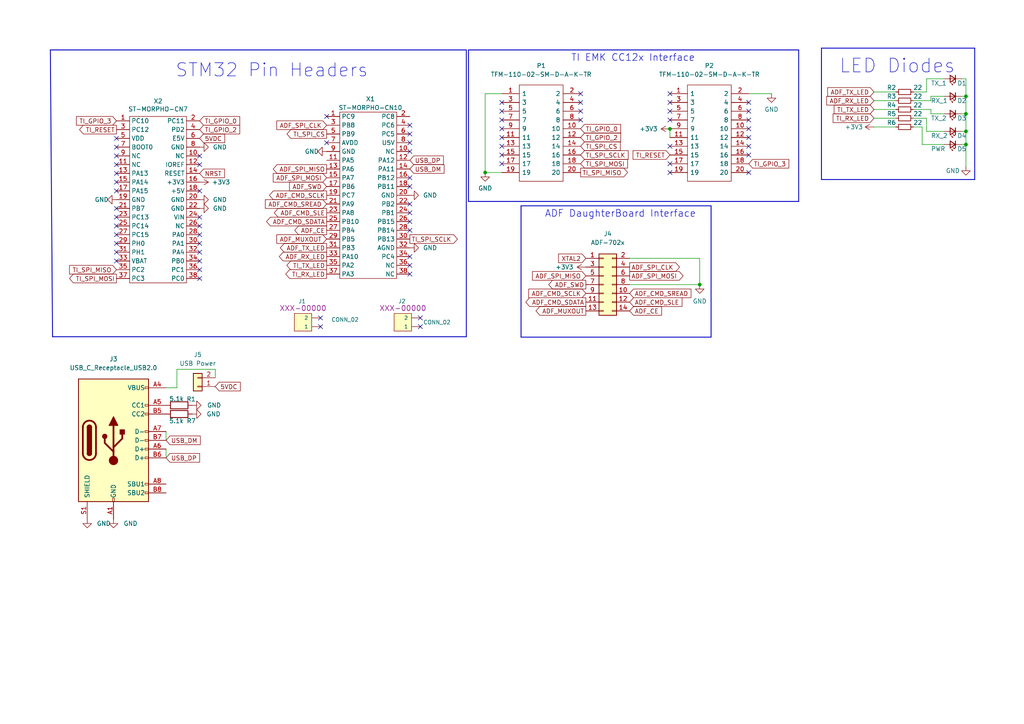
<source format=kicad_sch>
(kicad_sch (version 20211123) (generator eeschema)
  (paper "A4")
  (lib_symbols
    (symbol "CONNECTORS:ST-MORPHO-CN10"
      (property "Reference" "X4" (at 12.7 5.08 0))
      (property "Value" "ST-MORPHO-CN10" (at 12.7 2.54 0))
      (symbol "ST-MORPHO-CN10_0_1"
        (rectangle (start 3.81 1.27) (end 20.32 -46.99))
      )
      (symbol "ST-MORPHO-CN10_1_1"
        (pin unspecified line (at 0 0 0) (length 3.81) (name "PC9") (number "1"))
        (pin passive line (at 24.13 -10.16 180) (length 3.81) (name "NC") (number "10"))
        (pin passive line (at 0 -12.7 0) (length 3.81) (name "PA5") (number "11"))
        (pin passive line (at 24.13 -12.7 180) (length 3.81) (name "PA12") (number "12"))
        (pin passive line (at 0 -15.24 0) (length 3.81) (name "PA6") (number "13"))
        (pin passive line (at 24.13 -15.24 180) (length 3.81) (name "PA11") (number "14"))
        (pin passive line (at 0 -17.78 0) (length 3.81) (name "PA7") (number "15"))
        (pin passive line (at 24.13 -17.78 180) (length 3.81) (name "PB12") (number "16"))
        (pin unspecified line (at 0 -20.32 0) (length 3.81) (name "PB6") (number "17"))
        (pin unspecified line (at 24.13 -20.32 180) (length 3.81) (name "PB11") (number "18"))
        (pin unspecified line (at 0 -22.86 0) (length 3.81) (name "PC7") (number "19"))
        (pin unspecified line (at 24.13 0 180) (length 3.81) (name "PC8") (number "2"))
        (pin unspecified line (at 24.13 -22.86 180) (length 3.81) (name "GND") (number "20"))
        (pin unspecified line (at 0 -25.4 0) (length 3.81) (name "PA9") (number "21"))
        (pin unspecified line (at 24.13 -25.4 180) (length 3.81) (name "PB2") (number "22"))
        (pin unspecified line (at 0 -27.94 0) (length 3.81) (name "PA8") (number "23"))
        (pin unspecified line (at 24.13 -27.94 180) (length 3.81) (name "PB1") (number "24"))
        (pin passive line (at 0 -30.48 0) (length 3.81) (name "PB10") (number "25"))
        (pin passive line (at 24.13 -30.48 180) (length 3.81) (name "PB15") (number "26"))
        (pin passive line (at 0 -33.02 0) (length 3.81) (name "PB4") (number "27"))
        (pin passive line (at 24.13 -33.02 180) (length 3.81) (name "PB14") (number "28"))
        (pin passive line (at 0 -35.56 0) (length 3.81) (name "PB5") (number "29"))
        (pin unspecified line (at 0 -2.54 0) (length 3.81) (name "PB8") (number "3"))
        (pin passive line (at 24.13 -35.56 180) (length 3.81) (name "PB13") (number "30"))
        (pin passive line (at 0 -38.1 0) (length 3.81) (name "PB3") (number "31"))
        (pin passive line (at 24.13 -38.1 180) (length 3.81) (name "AGND") (number "32"))
        (pin passive line (at 0 -40.64 0) (length 3.81) (name "PA10") (number "33"))
        (pin passive line (at 24.13 -40.64 180) (length 3.81) (name "PC4") (number "34"))
        (pin passive line (at 0 -43.18 0) (length 3.81) (name "PA2") (number "35"))
        (pin passive line (at 24.13 -43.18 180) (length 3.81) (name "NC") (number "36"))
        (pin passive line (at 0 -45.72 0) (length 3.81) (name "PA3") (number "37"))
        (pin passive line (at 24.13 -45.72 180) (length 3.81) (name "NC") (number "38"))
        (pin unspecified line (at 24.13 -2.54 180) (length 3.81) (name "PC6") (number "4"))
        (pin unspecified line (at 0 -5.08 0) (length 3.81) (name "PB9") (number "5"))
        (pin unspecified line (at 24.13 -5.08 180) (length 3.81) (name "PC5") (number "6"))
        (pin unspecified line (at 0 -7.62 0) (length 3.81) (name "AVDD") (number "7"))
        (pin unspecified line (at 24.13 -7.62 180) (length 3.81) (name "U5V") (number "8"))
        (pin passive line (at 0 -10.16 0) (length 3.81) (name "GND") (number "9"))
      )
    )
    (symbol "CONNECTORS:ST-MORPHO-CN7"
      (property "Reference" "X3" (at 12.065 5.715 0))
      (property "Value" "ST-MORPHO-CN7" (at 12.065 3.4036 0))
      (symbol "ST-MORPHO-CN7_0_1"
        (rectangle (start 3.81 1.27) (end 20.32 -46.99))
      )
      (symbol "ST-MORPHO-CN7_1_1"
        (pin unspecified line (at 0 0 0) (length 3.81) (name "PC10") (number "1"))
        (pin passive line (at 24.13 -10.16 180) (length 3.81) (name "NC") (number "10"))
        (pin passive line (at 0 -12.7 0) (length 3.81) (name "NC") (number "11"))
        (pin passive line (at 24.13 -12.7 180) (length 3.81) (name "IOREF") (number "12"))
        (pin passive line (at 0 -15.24 0) (length 3.81) (name "PA13") (number "13"))
        (pin passive line (at 24.13 -15.24 180) (length 3.81) (name "RESET") (number "14"))
        (pin passive line (at 0 -17.78 0) (length 3.81) (name "PA14") (number "15"))
        (pin passive line (at 24.13 -17.78 180) (length 3.81) (name "+3V3") (number "16"))
        (pin unspecified line (at 0 -20.32 0) (length 3.81) (name "PA15") (number "17"))
        (pin unspecified line (at 24.13 -20.32 180) (length 3.81) (name "+5V") (number "18"))
        (pin unspecified line (at 0 -22.86 0) (length 3.81) (name "GND") (number "19"))
        (pin unspecified line (at 24.13 0 180) (length 3.81) (name "PC11") (number "2"))
        (pin unspecified line (at 24.13 -22.86 180) (length 3.81) (name "GND") (number "20"))
        (pin unspecified line (at 0 -25.4 0) (length 3.81) (name "PB7") (number "21"))
        (pin unspecified line (at 24.13 -25.4 180) (length 3.81) (name "GND") (number "22"))
        (pin unspecified line (at 0 -27.94 0) (length 3.81) (name "PC13") (number "23"))
        (pin unspecified line (at 24.13 -27.94 180) (length 3.81) (name "VIN") (number "24"))
        (pin passive line (at 0 -30.48 0) (length 3.81) (name "PC14") (number "25"))
        (pin passive line (at 24.13 -30.48 180) (length 3.81) (name "NC") (number "26"))
        (pin passive line (at 0 -33.02 0) (length 3.81) (name "PC15") (number "27"))
        (pin passive line (at 24.13 -33.02 180) (length 3.81) (name "PA0") (number "28"))
        (pin passive line (at 0 -35.56 0) (length 3.81) (name "PH0") (number "29"))
        (pin unspecified line (at 0 -2.54 0) (length 3.81) (name "PC12") (number "3"))
        (pin passive line (at 24.13 -35.56 180) (length 3.81) (name "PA1") (number "30"))
        (pin passive line (at 0 -38.1 0) (length 3.81) (name "PH1") (number "31"))
        (pin passive line (at 24.13 -38.1 180) (length 3.81) (name "PA4") (number "32"))
        (pin passive line (at 0 -40.64 0) (length 3.81) (name "VBAT") (number "33"))
        (pin passive line (at 24.13 -40.64 180) (length 3.81) (name "PB0") (number "34"))
        (pin passive line (at 0 -43.18 0) (length 3.81) (name "PC2") (number "35"))
        (pin passive line (at 24.13 -43.18 180) (length 3.81) (name "PC1") (number "36"))
        (pin passive line (at 0 -45.72 0) (length 3.81) (name "PC3") (number "37"))
        (pin passive line (at 24.13 -45.72 180) (length 3.81) (name "PC0") (number "38"))
        (pin unspecified line (at 24.13 -2.54 180) (length 3.81) (name "PD2") (number "4"))
        (pin unspecified line (at 0 -5.08 0) (length 3.81) (name "VDD") (number "5"))
        (pin unspecified line (at 24.13 -5.08 180) (length 3.81) (name "E5V") (number "6"))
        (pin unspecified line (at 0 -7.62 0) (length 3.81) (name "BOOT0") (number "7"))
        (pin unspecified line (at 24.13 -7.62 180) (length 3.81) (name "GND") (number "8"))
        (pin passive line (at 0 -10.16 0) (length 3.81) (name "NC") (number "9"))
      )
    )
    (symbol "Connector:USB_C_Receptacle_USB2.0" (pin_names (offset 1.016))
      (property "Reference" "J" (at -10.16 19.05 0))
      (property "Value" "USB_C_Receptacle_USB2.0" (at 19.05 19.05 0))
      (symbol "USB_C_Receptacle_USB2.0_0_0"
        (rectangle (start -0.254 -17.78) (end 0.254 -16.764))
        (rectangle (start 10.16 -14.986) (end 9.144 -15.494))
        (rectangle (start 10.16 -12.446) (end 9.144 -12.954))
        (rectangle (start 10.16 -4.826) (end 9.144 -5.334))
        (rectangle (start 10.16 -2.286) (end 9.144 -2.794))
        (rectangle (start 10.16 0.254) (end 9.144 -0.254))
        (rectangle (start 10.16 2.794) (end 9.144 2.286))
        (rectangle (start 10.16 7.874) (end 9.144 7.366))
        (rectangle (start 10.16 10.414) (end 9.144 9.906))
        (rectangle (start 10.16 15.494) (end 9.144 14.986))
      )
      (symbol "USB_C_Receptacle_USB2.0_0_1"
        (rectangle (start -10.16 17.78) (end 10.16 -17.78) (stroke (width 0.254)) (fill (type background)))
        (arc (start -8.89 -3.81) (mid -6.985 -5.715) (end -5.08 -3.81) (stroke (width 0.508)))
        (arc (start -7.62 -3.81) (mid -6.985 -4.445) (end -6.35 -3.81) (stroke (width 0.254)))
        (arc (start -7.62 -3.81) (mid -6.985 -4.445) (end -6.35 -3.81) (stroke (width 0.254)) (fill (type outline)))
        (rectangle (start -7.62 -3.81) (end -6.35 3.81) (stroke (width 0.254)) (fill (type outline)))
        (arc (start -6.35 3.81) (mid -6.985 4.445) (end -7.62 3.81) (stroke (width 0.254)))
        (arc (start -6.35 3.81) (mid -6.985 4.445) (end -7.62 3.81) (stroke (width 0.254)) (fill (type outline)))
        (arc (start -5.08 3.81) (mid -6.985 5.715) (end -8.89 3.81) (stroke (width 0.508)))
        (circle (center -2.54 1.143) (radius 0.635) (stroke (width 0.254)) (fill (type outline)))
        (circle (center 0 -5.842) (radius 1.27) (fill (type outline)))
        (polyline (pts (xy -8.89 -3.81) (xy -8.89 3.81)) (stroke (width 0.508)))
        (polyline (pts (xy -5.08 3.81) (xy -5.08 -3.81)) (stroke (width 0.508)))
        (polyline (pts (xy 0 -5.842) (xy 0 4.318)) (stroke (width 0.508)))
        (polyline (pts (xy 0 -3.302) (xy -2.54 -0.762) (xy -2.54 0.508)) (stroke (width 0.508)))
        (polyline (pts (xy 0 -2.032) (xy 2.54 0.508) (xy 2.54 1.778)) (stroke (width 0.508)))
        (polyline (pts (xy -1.27 4.318) (xy 0 6.858) (xy 1.27 4.318) (xy -1.27 4.318)) (stroke (width 0.254)) (fill (type outline)))
        (rectangle (start 1.905 1.778) (end 3.175 3.048) (stroke (width 0.254)) (fill (type outline)))
      )
      (symbol "USB_C_Receptacle_USB2.0_1_1"
        (pin passive line (at 0 -22.86 90) (length 5.08) (name "GND") (number "A1"))
        (pin passive line (at 0 -22.86 90) (length 5.08) hide (name "GND") (number "A12"))
        (pin passive line (at 15.24 15.24 180) (length 5.08) (name "VBUS") (number "A4"))
        (pin bidirectional line (at 15.24 10.16 180) (length 5.08) (name "CC1") (number "A5"))
        (pin bidirectional line (at 15.24 -2.54 180) (length 5.08) (name "D+") (number "A6"))
        (pin bidirectional line (at 15.24 2.54 180) (length 5.08) (name "D-") (number "A7"))
        (pin bidirectional line (at 15.24 -12.7 180) (length 5.08) (name "SBU1") (number "A8"))
        (pin passive line (at 15.24 15.24 180) (length 5.08) hide (name "VBUS") (number "A9"))
        (pin passive line (at 0 -22.86 90) (length 5.08) hide (name "GND") (number "B1"))
        (pin passive line (at 0 -22.86 90) (length 5.08) hide (name "GND") (number "B12"))
        (pin passive line (at 15.24 15.24 180) (length 5.08) hide (name "VBUS") (number "B4"))
        (pin bidirectional line (at 15.24 7.62 180) (length 5.08) (name "CC2") (number "B5"))
        (pin bidirectional line (at 15.24 -5.08 180) (length 5.08) (name "D+") (number "B6"))
        (pin bidirectional line (at 15.24 0 180) (length 5.08) (name "D-") (number "B7"))
        (pin bidirectional line (at 15.24 -15.24 180) (length 5.08) (name "SBU2") (number "B8"))
        (pin passive line (at 15.24 15.24 180) (length 5.08) hide (name "VBUS") (number "B9"))
        (pin passive line (at -7.62 -22.86 90) (length 5.08) (name "SHIELD") (number "S1"))
      )
    )
    (symbol "Connector_Generic:Conn_01x02" (pin_names (offset 1.016) hide)
      (property "Reference" "J" (at 0 2.54 0))
      (property "Value" "Conn_01x02" (at 0 -5.08 0))
      (symbol "Conn_01x02_1_1"
        (rectangle (start -1.27 -2.413) (end 0 -2.667) (stroke (width 0.1524)))
        (rectangle (start -1.27 0.127) (end 0 -0.127) (stroke (width 0.1524)))
        (rectangle (start -1.27 1.27) (end 1.27 -3.81) (stroke (width 0.254)) (fill (type background)))
        (pin passive line (at -5.08 0 0) (length 3.81) (name "Pin_1") (number "1"))
        (pin passive line (at -5.08 -2.54 0) (length 3.81) (name "Pin_2") (number "2"))
      )
    )
    (symbol "Connector_Generic:Conn_02x07_Odd_Even" (pin_names (offset 1.016) hide)
      (property "Reference" "J" (at 1.27 10.16 0))
      (property "Value" "Conn_02x07_Odd_Even" (at 1.27 -10.16 0))
      (symbol "Conn_02x07_Odd_Even_1_1"
        (rectangle (start -1.27 -7.493) (end 0 -7.747) (stroke (width 0.1524)))
        (rectangle (start -1.27 -4.953) (end 0 -5.207) (stroke (width 0.1524)))
        (rectangle (start -1.27 -2.413) (end 0 -2.667) (stroke (width 0.1524)))
        (rectangle (start -1.27 0.127) (end 0 -0.127) (stroke (width 0.1524)))
        (rectangle (start -1.27 2.667) (end 0 2.413) (stroke (width 0.1524)))
        (rectangle (start -1.27 5.207) (end 0 4.953) (stroke (width 0.1524)))
        (rectangle (start -1.27 7.747) (end 0 7.493) (stroke (width 0.1524)))
        (rectangle (start -1.27 8.89) (end 3.81 -8.89) (stroke (width 0.254)) (fill (type background)))
        (rectangle (start 3.81 -7.493) (end 2.54 -7.747) (stroke (width 0.1524)))
        (rectangle (start 3.81 -4.953) (end 2.54 -5.207) (stroke (width 0.1524)))
        (rectangle (start 3.81 -2.413) (end 2.54 -2.667) (stroke (width 0.1524)))
        (rectangle (start 3.81 0.127) (end 2.54 -0.127) (stroke (width 0.1524)))
        (rectangle (start 3.81 2.667) (end 2.54 2.413) (stroke (width 0.1524)))
        (rectangle (start 3.81 5.207) (end 2.54 4.953) (stroke (width 0.1524)))
        (rectangle (start 3.81 7.747) (end 2.54 7.493) (stroke (width 0.1524)))
        (pin passive line (at -5.08 7.62 0) (length 3.81) (name "Pin_1") (number "1"))
        (pin passive line (at 7.62 -2.54 180) (length 3.81) (name "Pin_10") (number "10"))
        (pin passive line (at -5.08 -5.08 0) (length 3.81) (name "Pin_11") (number "11"))
        (pin passive line (at 7.62 -5.08 180) (length 3.81) (name "Pin_12") (number "12"))
        (pin passive line (at -5.08 -7.62 0) (length 3.81) (name "Pin_13") (number "13"))
        (pin passive line (at 7.62 -7.62 180) (length 3.81) (name "Pin_14") (number "14"))
        (pin passive line (at 7.62 7.62 180) (length 3.81) (name "Pin_2") (number "2"))
        (pin passive line (at -5.08 5.08 0) (length 3.81) (name "Pin_3") (number "3"))
        (pin passive line (at 7.62 5.08 180) (length 3.81) (name "Pin_4") (number "4"))
        (pin passive line (at -5.08 2.54 0) (length 3.81) (name "Pin_5") (number "5"))
        (pin passive line (at 7.62 2.54 180) (length 3.81) (name "Pin_6") (number "6"))
        (pin passive line (at -5.08 0 0) (length 3.81) (name "Pin_7") (number "7"))
        (pin passive line (at 7.62 0 180) (length 3.81) (name "Pin_8") (number "8"))
        (pin passive line (at -5.08 -2.54 0) (length 3.81) (name "Pin_9") (number "9"))
      )
    )
    (symbol "Device:LED_Small" (pin_numbers hide) (pin_names (offset 0.254) hide)
      (property "Reference" "D" (at -1.27 3.175 0))
      (property "Value" "LED_Small" (at -4.445 -2.54 0))
      (symbol "LED_Small_0_1"
        (polyline (pts (xy -0.762 -1.016) (xy -0.762 1.016)) (stroke (width 0.254)))
        (polyline (pts (xy 1.016 0) (xy -0.762 0)))
        (polyline (pts (xy 0.762 -1.016) (xy -0.762 0) (xy 0.762 1.016) (xy 0.762 -1.016)) (stroke (width 0.254)))
        (polyline (pts (xy 0 0.762) (xy -0.508 1.27) (xy -0.254 1.27) (xy -0.508 1.27) (xy -0.508 1.016)))
        (polyline (pts (xy 0.508 1.27) (xy 0 1.778) (xy 0.254 1.778) (xy 0 1.778) (xy 0 1.524)))
      )
      (symbol "LED_Small_1_1"
        (pin passive line (at -2.54 0 0) (length 1.778) (name "K") (number "1"))
        (pin passive line (at 2.54 0 180) (length 1.778) (name "A") (number "2"))
      )
    )
    (symbol "Device:R" (pin_numbers hide) (pin_names (offset 0))
      (property "Reference" "R" (at 2.032 0 90))
      (property "Value" "R" (at 0 0 90))
      (symbol "R_0_1"
        (rectangle (start -1.016 -2.54) (end 1.016 2.54) (stroke (width 0.254)))
      )
      (symbol "R_1_1"
        (pin passive line (at 0 3.81 270) (length 1.27) (name "~") (number "1"))
        (pin passive line (at 0 -3.81 90) (length 1.27) (name "~") (number "2"))
      )
    )
    (symbol "Device:R_Small" (pin_numbers hide) (pin_names (offset 0.254) hide)
      (property "Reference" "R" (at 0.762 0.508 0))
      (property "Value" "R_Small" (at 0.762 -1.016 0))
      (symbol "R_Small_0_1"
        (rectangle (start -0.762 1.778) (end 0.762 -1.778) (stroke (width 0.2032)))
      )
      (symbol "R_Small_1_1"
        (pin passive line (at 0 2.54 270) (length 0.762) (name "~") (number "1"))
        (pin passive line (at 0 -2.54 90) (length 0.762) (name "~") (number "2"))
      )
    )
    (symbol "SamacSys_Parts:TFM-110-02-SM-D-A-K-TR" (pin_names (offset 0.762))
      (property "Reference" "J" (at 19.05 7.62 0))
      (property "Value" "TFM-110-02-SM-D-A-K-TR" (at 19.05 5.08 0))
      (symbol "TFM-110-02-SM-D-A-K-TR_0_0"
        (pin passive line (at 0 0 0) (length 5.08) (name "1") (number "1"))
        (pin passive line (at 22.86 -10.16 180) (length 5.08) (name "10") (number "10"))
        (pin passive line (at 0 -12.7 0) (length 5.08) (name "11") (number "11"))
        (pin passive line (at 22.86 -12.7 180) (length 5.08) (name "12") (number "12"))
        (pin passive line (at 0 -15.24 0) (length 5.08) (name "13") (number "13"))
        (pin passive line (at 22.86 -15.24 180) (length 5.08) (name "14") (number "14"))
        (pin passive line (at 0 -17.78 0) (length 5.08) (name "15") (number "15"))
        (pin passive line (at 22.86 -17.78 180) (length 5.08) (name "16") (number "16"))
        (pin passive line (at 0 -20.32 0) (length 5.08) (name "17") (number "17"))
        (pin passive line (at 22.86 -20.32 180) (length 5.08) (name "18") (number "18"))
        (pin passive line (at 0 -22.86 0) (length 5.08) (name "19") (number "19"))
        (pin passive line (at 22.86 0 180) (length 5.08) (name "2") (number "2"))
        (pin passive line (at 22.86 -22.86 180) (length 5.08) (name "20") (number "20"))
        (pin passive line (at 0 -2.54 0) (length 5.08) (name "3") (number "3"))
        (pin passive line (at 22.86 -2.54 180) (length 5.08) (name "4") (number "4"))
        (pin passive line (at 0 -5.08 0) (length 5.08) (name "5") (number "5"))
        (pin passive line (at 22.86 -5.08 180) (length 5.08) (name "6") (number "6"))
        (pin passive line (at 0 -7.62 0) (length 5.08) (name "7") (number "7"))
        (pin passive line (at 22.86 -7.62 180) (length 5.08) (name "8") (number "8"))
        (pin passive line (at 0 -10.16 0) (length 5.08) (name "9") (number "9"))
      )
      (symbol "TFM-110-02-SM-D-A-K-TR_0_1"
        (polyline (pts (xy 5.08 2.54) (xy 17.78 2.54) (xy 17.78 -25.4) (xy 5.08 -25.4) (xy 5.08 2.54)) (stroke (width 0.1524)))
      )
    )
    (symbol "SparkFun-Connectors:CONN_02" (pin_numbers hide) (pin_names (offset 1.016))
      (property "Reference" "J" (at -5.08 5.08 0))
      (property "Value" "CONN_02" (at -5.08 -3.81 0))
      (property "Field4" "XXX-00000" (at 0 7.62 0))
      (symbol "CONN_02_1_0"
        (rectangle (start 0 -1.27) (end -5.08 3.81) (fill (type background)))
      )
      (symbol "CONN_02_1_1"
        (pin passive line (at 2.54 0 180) (length 2.54) (name "1") (number "1"))
        (pin passive line (at 2.54 2.54 180) (length 2.54) (name "2") (number "2"))
      )
    )
    (symbol "power:+3.3V" (power) (pin_names (offset 0))
      (property "Value" "+3.3V" (at 0 3.556 0))
      (symbol "+3.3V_0_1"
        (polyline (pts (xy -0.762 1.27) (xy 0 2.54)))
        (polyline (pts (xy 0 0) (xy 0 2.54)))
        (polyline (pts (xy 0 2.54) (xy 0.762 1.27)))
      )
      (symbol "+3.3V_1_1"
        (pin power_in line (at 0 0 90) (length 0) hide (name "+3V3") (number "1"))
      )
    )
    (symbol "power:GND" (power) (pin_names (offset 0))
      (property "Value" "GND" (at 0 -3.81 0))
      (symbol "GND_0_1"
        (polyline (pts (xy 0 0) (xy 0 -1.27) (xy 1.27 -1.27) (xy 0 -2.54) (xy -1.27 -1.27) (xy 0 -1.27)))
      )
      (symbol "GND_1_1"
        (pin power_in line (at 0 0 270) (length 0) hide (name "GND") (number "1"))
      )
    )
  )
  (junction (at 140.716 50.038))
  (junction (at 280.162 27.94))
  (junction (at 280.162 38.1))
  (junction (at 194.31 37.3888))
  (junction (at 280.162 41.91))
  (junction (at 202.946 82.55))
  (junction (at 280.162 33.02))
  (no_connect (at 217.17 29.718))
  (no_connect (at 194.31 27.178))
  (no_connect (at 217.17 37.338))
  (no_connect (at 145.542 32.258))
  (no_connect (at 33.782 40.132))
  (no_connect (at 217.17 50.038))
  (no_connect (at 194.31 50.038))
  (no_connect (at 194.31 34.798))
  (no_connect (at 145.542 42.418))
  (no_connect (at 57.912 80.772))
  (no_connect (at 217.17 34.798))
  (no_connect (at 145.542 29.718))
  (no_connect (at 145.542 47.498))
  (no_connect (at 94.742 41.402))
  (no_connect (at 168.402 27.178))
  (no_connect (at 145.542 39.878))
  (no_connect (at 217.17 32.258))
  (no_connect (at 194.31 42.418))
  (no_connect (at 57.912 62.992))
  (no_connect (at 94.742 33.782))
  (no_connect (at 57.912 73.152))
  (no_connect (at 118.872 79.502))
  (no_connect (at 118.872 76.962))
  (no_connect (at 118.872 38.862))
  (no_connect (at 118.872 36.322))
  (no_connect (at 118.872 43.942))
  (no_connect (at 118.872 61.722))
  (no_connect (at 145.542 37.338))
  (no_connect (at 145.542 44.958))
  (no_connect (at 217.17 39.878))
  (no_connect (at 194.31 32.258))
  (no_connect (at 145.542 34.798))
  (no_connect (at 168.402 29.718))
  (no_connect (at 194.31 47.498))
  (no_connect (at 194.31 29.718))
  (no_connect (at 168.402 32.258))
  (no_connect (at 217.17 42.418))
  (no_connect (at 121.92 94.742))
  (no_connect (at 121.92 92.202))
  (no_connect (at 57.912 78.232))
  (no_connect (at 92.964 92.202))
  (no_connect (at 92.964 94.742))
  (no_connect (at 33.782 60.452))
  (no_connect (at 33.782 62.992))
  (no_connect (at 33.782 70.612))
  (no_connect (at 33.782 68.072))
  (no_connect (at 57.912 65.532))
  (no_connect (at 57.912 55.372))
  (no_connect (at 33.782 75.692))
  (no_connect (at 33.782 73.152))
  (no_connect (at 33.782 42.672))
  (no_connect (at 57.912 45.212))
  (no_connect (at 57.912 47.752))
  (no_connect (at 33.782 45.212))
  (no_connect (at 33.782 47.752))
  (no_connect (at 118.872 41.402))
  (no_connect (at 57.912 75.692))
  (no_connect (at 57.912 70.612))
  (no_connect (at 118.872 64.262))
  (no_connect (at 118.872 66.802))
  (no_connect (at 118.872 74.422))
  (no_connect (at 118.872 51.562))
  (no_connect (at 118.872 54.102))
  (no_connect (at 118.872 59.182))
  (no_connect (at 57.912 68.072))
  (no_connect (at 33.782 50.292))
  (no_connect (at 33.782 55.372))
  (no_connect (at 33.782 52.832))
  (no_connect (at 33.782 65.532))
  (no_connect (at 217.17 44.958))
  (no_connect (at 168.402 34.798))
  (wire (pts (xy 140.716 50.038) (xy 145.542 50.038)))
  (wire (pts (xy 270.002 27.94) (xy 273.812 27.94)))
  (polyline (pts (xy 151.13 97.79) (xy 151.13 59.69)) (stroke (width 0.254) (type solid)))
  (wire (pts (xy 253.492 36.83) (xy 259.842 36.83)))
  (wire (pts (xy 264.922 34.29) (xy 268.732 34.29)))
  (wire (pts (xy 280.162 33.02) (xy 278.892 33.02)))
  (wire (pts (xy 194.31 37.338) (xy 194.31 37.3888)))
  (wire (pts (xy 217.17 27.178) (xy 223.774 27.178)))
  (wire (pts (xy 268.732 26.67) (xy 268.732 22.86)))
  (polyline (pts (xy 238.252 13.97) (xy 282.702 13.97)) (stroke (width 0.254) (type solid)))
  (wire (pts (xy 280.162 41.91) (xy 280.162 38.1)))
  (wire (pts (xy 270.002 33.02) (xy 273.812 33.02)))
  (wire (pts (xy 268.732 22.86) (xy 273.812 22.86)))
  (polyline (pts (xy 135.255 14.478) (xy 135.255 97.663)) (stroke (width 0.254) (type solid)))
  (wire (pts (xy 48.1584 130.2512) (xy 48.1584 132.7912)))
  (polyline (pts (xy 206.248 59.69) (xy 206.248 97.79)) (stroke (width 0.254) (type solid)))
  (wire (pts (xy 140.716 27.178) (xy 140.716 50.038)))
  (polyline (pts (xy 14.605 14.478) (xy 15.24 97.663)) (stroke (width 0.254) (type solid)))
  (polyline (pts (xy 206.248 97.79) (xy 151.13 97.79)) (stroke (width 0.254) (type solid)))
  (polyline (pts (xy 282.702 13.97) (xy 282.702 52.07)) (stroke (width 0.254) (type solid)))
  (polyline (pts (xy 151.13 59.69) (xy 206.248 59.69)) (stroke (width 0.254) (type solid)))
  (wire (pts (xy 270.002 29.21) (xy 270.002 27.94)))
  (wire (pts (xy 278.892 22.86) (xy 280.162 22.86)))
  (wire (pts (xy 273.812 41.91) (xy 267.462 41.91)))
  (wire (pts (xy 194.31 37.3888) (xy 194.31 39.878)))
  (polyline (pts (xy 135.89 14.478) (xy 231.648 14.478)) (stroke (width 0.254) (type solid)))
  (wire (pts (xy 280.162 41.91) (xy 280.162 48.26)))
  (wire (pts (xy 268.732 38.1) (xy 273.812 38.1)))
  (wire (pts (xy 280.162 27.94) (xy 280.162 33.02)))
  (wire (pts (xy 182.626 74.93) (xy 202.946 74.93)))
  (wire (pts (xy 253.492 34.29) (xy 259.842 34.29)))
  (polyline (pts (xy 135.89 58.42) (xy 135.89 14.478)) (stroke (width 0.254) (type solid)))
  (polyline (pts (xy 238.252 52.07) (xy 238.252 13.97)) (stroke (width 0.254) (type solid)))
  (wire (pts (xy 264.922 36.83) (xy 267.462 36.83)))
  (polyline (pts (xy 135.255 14.478) (xy 14.605 14.478)) (stroke (width 0.254) (type solid)))
  (wire (pts (xy 280.162 22.86) (xy 280.162 27.94)))
  (wire (pts (xy 182.626 82.55) (xy 202.946 82.55)))
  (wire (pts (xy 267.462 41.91) (xy 267.462 36.83)))
  (wire (pts (xy 48.1584 112.4712) (xy 51.308 112.4712)))
  (wire (pts (xy 270.002 31.75) (xy 270.002 33.02)))
  (wire (pts (xy 202.946 74.93) (xy 202.946 82.55)))
  (wire (pts (xy 280.162 27.94) (xy 278.892 27.94)))
  (wire (pts (xy 280.162 33.02) (xy 280.162 38.1)))
  (wire (pts (xy 264.922 29.21) (xy 270.002 29.21)))
  (wire (pts (xy 278.892 41.91) (xy 280.162 41.91)))
  (polyline (pts (xy 231.648 14.478) (xy 231.648 58.42)) (stroke (width 0.254) (type solid)))
  (polyline (pts (xy 231.648 58.42) (xy 135.89 58.42)) (stroke (width 0.254) (type solid)))
  (wire (pts (xy 51.308 107.1118) (xy 62.4332 107.1118)))
  (polyline (pts (xy 282.702 52.07) (xy 238.252 52.07)) (stroke (width 0.254) (type solid)))
  (wire (pts (xy 48.1584 125.1712) (xy 48.1584 127.7112)))
  (wire (pts (xy 253.492 26.67) (xy 259.842 26.67)))
  (wire (pts (xy 264.922 31.75) (xy 270.002 31.75)))
  (wire (pts (xy 253.492 29.21) (xy 259.842 29.21)))
  (wire (pts (xy 264.922 26.67) (xy 268.732 26.67)))
  (wire (pts (xy 62.4332 107.1118) (xy 62.4332 109.5756)))
  (wire (pts (xy 280.162 38.1) (xy 278.892 38.1)))
  (wire (pts (xy 145.542 27.178) (xy 140.716 27.178)))
  (wire (pts (xy 253.492 31.75) (xy 259.842 31.75)))
  (wire (pts (xy 268.732 34.29) (xy 268.732 38.1)))
  (polyline (pts (xy 15.24 97.663) (xy 135.255 97.663)) (stroke (width 0.254) (type solid)))
  (wire (pts (xy 51.308 107.1118) (xy 51.308 112.4712)))
  (text "TI EMK CC12x Interface\n" (at 165.608 18.034 0) (effects (font (size 2 2)) (justify left bottom)))
  (text "STM32 Pin Headers" (at 50.8 22.733 0) (effects (font (size 3.81 3.81)) (justify left bottom)))
  (text "LED Diodes" (at 243.332 21.59 0) (effects (font (size 3.9878 3.9878)) (justify left bottom)))
  (text "ADF DaughterBoard Interface\n" (at 157.988 63.246 0) (effects (font (size 2 2)) (justify left bottom)))
  (global_label "ADF_SPI_CLK" (shape output) (at 182.626 77.47 0) (property "Intersheet References" "${INTERSHEET_REFS}" (effects hide)))
  (global_label "ADF_CMD_SLE" (shape input) (at 182.626 87.63 0) (property "Intersheet References" "${INTERSHEET_REFS}" (effects hide)))
  (global_label "NRST" (shape input) (at 57.912 50.292 0) (property "Intersheet References" "${INTERSHEET_REFS}" (effects hide)))
  (global_label "TI_GPIO_2" (shape input) (at 168.402 39.878 0) (property "Intersheet References" "${INTERSHEET_REFS}" (effects hide)))
  (global_label "ADF_SPI_MOSI" (shape input) (at 94.742 51.562 180) (property "Intersheet References" "${INTERSHEET_REFS}" (effects hide)))
  (global_label "ADF_TX_LED" (shape input) (at 253.492 26.67 180) (property "Intersheet References" "${INTERSHEET_REFS}" (effects hide)))
  (global_label "TI_SPI_MISO" (shape input) (at 33.782 78.232 180) (property "Intersheet References" "${INTERSHEET_REFS}" (effects hide)))
  (global_label "ADF_CMD_SCLK" (shape input) (at 169.926 85.09 180) (property "Intersheet References" "${INTERSHEET_REFS}" (effects hide)))
  (global_label "ADF_CE" (shape output) (at 94.742 66.802 180) (property "Intersheet References" "${INTERSHEET_REFS}" (effects hide)))
  (global_label "ADF_CMD_SREAD" (shape input) (at 182.626 85.09 0) (property "Intersheet References" "${INTERSHEET_REFS}" (effects hide)))
  (global_label "TI_SPI_SCLK" (shape output) (at 118.872 69.342 0) (property "Intersheet References" "${INTERSHEET_REFS}" (effects hide)))
  (global_label "TI_RX_LED" (shape output) (at 94.742 79.502 180) (property "Intersheet References" "${INTERSHEET_REFS}" (effects hide)))
  (global_label "TI_RESET" (shape output) (at 33.782 37.592 180) (property "Intersheet References" "${INTERSHEET_REFS}" (effects hide)))
  (global_label "5VDC" (shape input) (at 57.912 40.132 0) (property "Intersheet References" "${INTERSHEET_REFS}" (effects hide)))
  (global_label "USB_DP" (shape input) (at 118.872 46.482 0) (property "Intersheet References" "${INTERSHEET_REFS}" (effects hide)))
  (global_label "TI_SPI_CS" (shape output) (at 94.742 38.862 180) (property "Intersheet References" "${INTERSHEET_REFS}" (effects hide)))
  (global_label "TI_RX_LED" (shape input) (at 253.492 34.29 180) (property "Intersheet References" "${INTERSHEET_REFS}" (effects hide)))
  (global_label "TI_GPIO_3" (shape input) (at 217.17 47.498 0) (property "Intersheet References" "${INTERSHEET_REFS}" (effects hide)))
  (global_label "TI_GPIO_2" (shape input) (at 57.912 37.592 0) (property "Intersheet References" "${INTERSHEET_REFS}" (effects hide)))
  (global_label "ADF_SWD" (shape input) (at 94.742 54.102 180) (property "Intersheet References" "${INTERSHEET_REFS}" (effects hide)))
  (global_label "TI_SPI_SCLK" (shape input) (at 168.402 44.958 0) (property "Intersheet References" "${INTERSHEET_REFS}" (effects hide)))
  (global_label "TI_GPIO_3" (shape input) (at 33.782 35.052 180) (property "Intersheet References" "${INTERSHEET_REFS}" (effects hide)))
  (global_label "ADF_RX_LED" (shape output) (at 94.742 74.422 180) (property "Intersheet References" "${INTERSHEET_REFS}" (effects hide)))
  (global_label "ADF_SPI_MISO" (shape output) (at 94.742 49.022 180) (property "Intersheet References" "${INTERSHEET_REFS}" (effects hide)))
  (global_label "TI_SPI_MOSI" (shape input) (at 168.402 47.498 0) (property "Intersheet References" "${INTERSHEET_REFS}" (effects hide)))
  (global_label "ADF_CMD_SDATA" (shape output) (at 169.926 87.63 180) (property "Intersheet References" "${INTERSHEET_REFS}" (effects hide)))
  (global_label "USB_DM" (shape input) (at 48.1584 127.7112 0) (property "Intersheet References" "${INTERSHEET_REFS}" (effects hide)))
  (global_label "TI_RESET" (shape input) (at 194.31 44.958 180) (property "Intersheet References" "${INTERSHEET_REFS}" (effects hide)))
  (global_label "ADF_CMD_SCLK" (shape output) (at 94.742 56.642 180) (property "Intersheet References" "${INTERSHEET_REFS}" (effects hide)))
  (global_label "ADF_SWD" (shape output) (at 169.926 82.55 180) (property "Intersheet References" "${INTERSHEET_REFS}" (effects hide)))
  (global_label "TI_GPIO_0" (shape input) (at 57.912 35.052 0) (property "Intersheet References" "${INTERSHEET_REFS}" (effects hide)))
  (global_label "5VDC" (shape input) (at 62.4332 112.1156 0) (property "Intersheet References" "${INTERSHEET_REFS}" (effects hide)))
  (global_label "USB_DP" (shape input) (at 48.1584 132.7912 0) (property "Intersheet References" "${INTERSHEET_REFS}" (effects hide)))
  (global_label "ADF_CMD_SDATA" (shape output) (at 94.742 64.262 180) (property "Intersheet References" "${INTERSHEET_REFS}" (effects hide)))
  (global_label "ADF_CMD_SLE" (shape output) (at 94.742 61.722 180) (property "Intersheet References" "${INTERSHEET_REFS}" (effects hide)))
  (global_label "TI_TX_LED" (shape input) (at 253.492 31.75 180) (property "Intersheet References" "${INTERSHEET_REFS}" (effects hide)))
  (global_label "ADF_CE" (shape input) (at 182.626 90.17 0) (property "Intersheet References" "${INTERSHEET_REFS}" (effects hide)))
  (global_label "ADF_MUXOUT" (shape output) (at 169.926 90.17 180) (property "Intersheet References" "${INTERSHEET_REFS}" (effects hide)))
  (global_label "XTAL2" (shape input) (at 169.926 74.93 180) (property "Intersheet References" "${INTERSHEET_REFS}" (effects hide)))
  (global_label "TI_SPI_CS" (shape input) (at 168.402 42.418 0) (property "Intersheet References" "${INTERSHEET_REFS}" (effects hide)))
  (global_label "USB_DM" (shape input) (at 118.872 49.022 0) (property "Intersheet References" "${INTERSHEET_REFS}" (effects hide)))
  (global_label "ADF_SPI_MOSI" (shape output) (at 182.626 80.01 0) (property "Intersheet References" "${INTERSHEET_REFS}" (effects hide)))
  (global_label "ADF_SPI_CLK" (shape input) (at 94.742 36.322 180) (property "Intersheet References" "${INTERSHEET_REFS}" (effects hide)))
  (global_label "TI_SPI_MOSI" (shape output) (at 33.782 80.772 180) (property "Intersheet References" "${INTERSHEET_REFS}" (effects hide)))
  (global_label "ADF_SPI_MISO" (shape input) (at 169.926 80.01 180) (property "Intersheet References" "${INTERSHEET_REFS}" (effects hide)))
  (global_label "ADF_CMD_SREAD" (shape input) (at 94.742 59.182 180) (property "Intersheet References" "${INTERSHEET_REFS}" (effects hide)))
  (global_label "TI_GPIO_0" (shape input) (at 168.402 37.338 0) (property "Intersheet References" "${INTERSHEET_REFS}" (effects hide)))
  (global_label "ADF_MUXOUT" (shape input) (at 94.742 69.342 180) (property "Intersheet References" "${INTERSHEET_REFS}" (effects hide)))
  (global_label "TI_TX_LED" (shape output) (at 94.742 76.962 180) (property "Intersheet References" "${INTERSHEET_REFS}" (effects hide)))
  (global_label "ADF_RX_LED" (shape input) (at 253.492 29.21 180) (property "Intersheet References" "${INTERSHEET_REFS}" (effects hide)))
  (global_label "ADF_TX_LED" (shape output) (at 94.742 71.882 180) (property "Intersheet References" "${INTERSHEET_REFS}" (effects hide)))
  (global_label "TI_SPI_MISO" (shape output) (at 168.402 50.038 0) (property "Intersheet References" "${INTERSHEET_REFS}" (effects hide)))
  (symbol (lib_id "CONNECTORS:ST-MORPHO-CN10") (at 94.742 33.782 0) (unit 1)
    (property "Reference" "X1" (at 107.442 28.702 0))
    (property "Value" "ST-MORPHO-CN10" (at 107.442 31.242 0))
    (property "Footprint" "Connector_PinSocket_2.54mm:PinSocket_2x19_P2.54mm_Vertical" (effects hide))
  )
  (symbol (lib_id "power:GND") (at 118.872 56.642 90) (unit 1)
    (property "Reference" "#PWR0101" (effects hide))
    (property "Value" "GND" (at 122.682 56.6419 90) (effects (justify right)))
  )
  (symbol (lib_id "Device:LED_Small") (at 276.352 33.02 180) (unit 1)
    (property "Reference" "D3" (at 277.622 34.29 0) (effects (justify right)))
    (property "Value" "TX_2" (at 270.002 34.29 0) (effects (justify right)))
    (property "Footprint" "LED_SMD:LED_0402_1005Metric" (effects hide))
  )
  (symbol (lib_id "SamacSys_Parts:TFM-110-02-SM-D-A-K-TR") (at 194.31 27.178 0) (unit 1)
    (property "Reference" "P2" (at 205.74 19.05 0))
    (property "Value" "TFM-110-02-SM-D-A-K-TR" (at 205.74 21.59 0))
    (property "Footprint" "SamacSys_Parts:TFM-110-02-XXX-D-A-Y-TR" (effects hide))
    (property "Datasheet" "https://componentsearchengine.com/Datasheets/1/TFM-110-02-SM-D-A-K-TR.pdf" (effects hide))
    (property "Description" "20 Position, Dual Row, .050&quot; Tiger Eye&trade; High-Reliability Terminal Strip" (effects hide))
    (property "Height" "5.72" (effects hide))
    (property "Mouser Part Number" "200-TFM11002SMDAKTR" (effects hide))
    (property "Mouser Price/Stock" "https://www.mouser.com/Search/Refine.aspx?Keyword=200-TFM11002SMDAKTR" (effects hide))
    (property "Manufacturer_Name" "SAMTEC" (effects hide))
    (property "Manufacturer_Part_Number" "TFM-110-02-SM-D-A-K-TR" (effects hide))
  )
  (symbol (lib_id "Connector:USB_C_Receptacle_USB2.0") (at 32.9184 127.7112 0) (unit 1)
    (property "Reference" "J3" (at 32.9184 104.14 0))
    (property "Value" "USB_C_Receptacle_USB2.0" (at 32.9184 106.68 0))
    (property "Footprint" "Connector_USB:USB_C_Receptacle_JAE_DX07S016JA1R1500" (effects hide))
    (property "Datasheet" "https://www.usb.org/sites/default/files/documents/usb_type-c.zip" (effects hide))
  )
  (symbol (lib_id "Device:R_Small") (at 262.382 36.83 90) (unit 1)
    (property "Reference" "R6" (at 258.572 35.56 90))
    (property "Value" "22" (at 266.192 35.56 90))
    (property "Footprint" "Resistor_SMD:R_0402_1005Metric" (effects hide))
  )
  (symbol (lib_id "Device:LED_Small") (at 276.352 41.91 180) (unit 1)
    (property "Reference" "D5" (at 277.622 43.18 0) (effects (justify right)))
    (property "Value" "PWR" (at 270.002 43.18 0) (effects (justify right)))
    (property "Footprint" "LED_SMD:LED_0402_1005Metric" (effects hide))
  )
  (symbol (lib_id "SparkFun-Connectors:CONN_02") (at 90.424 94.742 0) (unit 1)
    (property "Reference" "J1" (at 87.63 87.376 0) (effects (font (size 1.143 1.143))))
    (property "Value" "CONN_02" (at 100.076 92.71 0) (effects (font (size 1.143 1.143))))
    (property "Footprint" "Connector_PinSocket_2.54mm:PinSocket_1x02_P2.54mm_Vertical" (effects hide))
    (property "Field4" "XXX-00000" (at 87.884 89.408 0) (effects (font (size 1.524 1.524))))
  )
  (symbol (lib_id "power:GND") (at 223.774 27.178 0) (unit 1)
    (property "Reference" "#PWR0119" (effects hide))
    (property "Value" "GND" (at 223.774 31.75 0))
  )
  (symbol (lib_id "power:GND") (at 25.2984 150.5712 0) (unit 1)
    (property "Reference" "#PWR0112" (effects hide))
    (property "Value" "GND" (at 28.0416 151.8411 0) (effects (justify left)))
  )
  (symbol (lib_id "power:+3.3V") (at 169.926 77.47 90) (unit 1)
    (property "Reference" "#PWR0110" (effects hide))
    (property "Value" "+3.3V" (at 166.37 77.47 90) (effects (justify left)))
  )
  (symbol (lib_id "Device:R_Small") (at 262.382 31.75 90) (unit 1)
    (property "Reference" "R4" (at 258.572 30.48 90))
    (property "Value" "22" (at 266.192 30.48 90))
    (property "Footprint" "Resistor_SMD:R_0402_1005Metric" (effects hide))
  )
  (symbol (lib_id "power:GND") (at 57.912 60.452 90) (unit 1)
    (property "Reference" "#PWR0108" (effects hide))
    (property "Value" "GND" (at 61.722 60.4519 90) (effects (justify right)))
  )
  (symbol (lib_id "power:+3.3V") (at 253.492 36.83 90) (unit 1)
    (property "Reference" "#PWR0123" (effects hide))
    (property "Value" "+3.3V" (at 250.317 36.83 90) (effects (justify left)))
  )
  (symbol (lib_id "power:GND") (at 94.742 43.942 270) (unit 1)
    (property "Reference" "#PWR0103" (effects hide))
    (property "Value" "GND" (at 88.392 43.942 90) (effects (justify left)))
  )
  (symbol (lib_id "power:GND") (at 32.9184 150.5712 0) (unit 1)
    (property "Reference" "#PWR0111" (effects hide))
    (property "Value" "GND" (at 35.814 151.8411 0) (effects (justify left)))
  )
  (symbol (lib_id "Device:R") (at 51.9684 117.5512 270) (unit 1)
    (property "Reference" "R1" (at 55.4228 115.7732 90))
    (property "Value" "5.1k" (at 51.2064 115.6716 90))
    (property "Footprint" "Resistor_SMD:R_0402_1005Metric" (effects hide))
  )
  (symbol (lib_id "power:GND") (at 33.782 57.912 270) (unit 1)
    (property "Reference" "#PWR0107" (effects hide))
    (property "Value" "GND" (at 27.432 57.912 90) (effects (justify left)))
  )
  (symbol (lib_id "SparkFun-Connectors:CONN_02") (at 119.38 94.742 0) (unit 1)
    (property "Reference" "J2" (at 116.586 87.376 0) (effects (font (size 1.143 1.143))))
    (property "Value" "CONN_02" (at 126.746 93.472 0) (effects (font (size 1.143 1.143))))
    (property "Footprint" "Connector_PinSocket_2.54mm:PinSocket_1x02_P2.54mm_Vertical" (effects hide))
    (property "Field4" "XXX-00000" (at 116.84 89.408 0) (effects (font (size 1.524 1.524))))
  )
  (symbol (lib_id "power:+3.3V") (at 57.912 52.832 270) (unit 1)
    (property "Reference" "#PWR0104" (effects hide))
    (property "Value" "+3.3V" (at 61.468 52.832 90) (effects (justify left)))
  )
  (symbol (lib_id "power:GND") (at 118.872 71.882 90) (unit 1)
    (property "Reference" "#PWR0102" (effects hide))
    (property "Value" "GND" (at 122.682 71.8819 90) (effects (justify right)))
  )
  (symbol (lib_id "CONNECTORS:ST-MORPHO-CN7") (at 33.782 35.052 0) (unit 1)
    (property "Reference" "X2" (at 45.847 29.337 0))
    (property "Value" "ST-MORPHO-CN7" (at 45.847 31.6484 0))
    (property "Footprint" "Connector_PinSocket_2.54mm:PinSocket_2x19_P2.54mm_Vertical" (effects hide))
  )
  (symbol (lib_id "Device:LED_Small") (at 276.352 38.1 180) (unit 1)
    (property "Reference" "D4" (at 277.622 39.37 0) (effects (justify right)))
    (property "Value" "RX_2" (at 270.002 39.37 0) (effects (justify right)))
    (property "Footprint" "LED_SMD:LED_0402_1005Metric" (effects hide))
  )
  (symbol (lib_id "power:+3.3V") (at 194.31 37.3888 90) (unit 1)
    (property "Reference" "#PWR0106" (effects hide))
    (property "Value" "+3.3V" (at 190.754 37.3888 90) (effects (justify left)))
  )
  (symbol (lib_id "power:GND") (at 55.7784 120.0912 90) (unit 1)
    (property "Reference" "#PWR0114" (effects hide))
    (property "Value" "GND" (at 59.8932 120.0911 90) (effects (justify right)))
  )
  (symbol (lib_id "Device:LED_Small") (at 276.352 27.94 180) (unit 1)
    (property "Reference" "D2" (at 277.622 29.21 0) (effects (justify right)))
    (property "Value" "RX_1" (at 270.002 29.21 0) (effects (justify right)))
    (property "Footprint" "LED_SMD:LED_0402_1005Metric" (effects hide))
  )
  (symbol (lib_id "Connector_Generic:Conn_02x07_Odd_Even") (at 175.006 82.55 0) (unit 1)
    (property "Reference" "J4" (at 176.276 67.818 0))
    (property "Value" "ADF-702x" (at 176.276 70.358 0))
    (property "Footprint" "Connector_PinHeader_2.54mm:PinHeader_2x07_P2.54mm_Vertical" (effects hide))
  )
  (symbol (lib_id "Connector_Generic:Conn_01x02") (at 57.3532 112.1156 180) (unit 1)
    (property "Reference" "J5" (at 57.3532 102.87 0))
    (property "Value" "USB Power" (at 57.3532 105.41 0))
    (property "Footprint" "Connector_PinHeader_2.54mm:PinHeader_1x02_P2.54mm_Vertical" (effects hide))
  )
  (symbol (lib_id "Device:R") (at 51.9684 120.0912 270) (unit 1)
    (property "Reference" "R7" (at 55.4736 122.0724 90))
    (property "Value" "5.1k" (at 51.1556 122.0724 90))
    (property "Footprint" "Resistor_SMD:R_0402_1005Metric" (effects hide))
  )
  (symbol (lib_id "Device:R_Small") (at 262.382 34.29 90) (unit 1)
    (property "Reference" "R5" (at 258.572 33.02 90))
    (property "Value" "22" (at 266.192 33.02 90))
    (property "Footprint" "Resistor_SMD:R_0402_1005Metric" (effects hide))
  )
  (symbol (lib_id "power:GND") (at 202.946 82.55 0) (unit 1)
    (property "Reference" "#PWR0117" (effects hide))
    (property "Value" "GND" (at 202.946 87.376 0))
  )
  (symbol (lib_id "Device:LED_Small") (at 276.352 22.86 180) (unit 1)
    (property "Reference" "D1" (at 277.622 24.13 0) (effects (justify right)))
    (property "Value" "TX_1" (at 270.002 24.13 0) (effects (justify right)))
    (property "Footprint" "LED_SMD:LED_0402_1005Metric" (effects hide))
  )
  (symbol (lib_id "power:GND") (at 55.7784 117.5512 90) (unit 1)
    (property "Reference" "#PWR0113" (effects hide))
    (property "Value" "GND" (at 60.0456 117.5511 90) (effects (justify right)))
  )
  (symbol (lib_id "power:GND") (at 140.716 50.038 0) (unit 1)
    (property "Reference" "#PWR0118" (effects hide))
    (property "Value" "GND" (at 140.716 54.61 0))
  )
  (symbol (lib_id "SamacSys_Parts:TFM-110-02-SM-D-A-K-TR") (at 145.542 27.178 0) (unit 1)
    (property "Reference" "P1" (at 156.972 19.05 0))
    (property "Value" "TFM-110-02-SM-D-A-K-TR" (at 156.972 21.59 0))
    (property "Footprint" "SamacSys_Parts:TFM-110-02-XXX-D-A-Y-TR" (effects hide))
    (property "Datasheet" "https://componentsearchengine.com/Datasheets/1/TFM-110-02-SM-D-A-K-TR.pdf" (effects hide))
    (property "Description" "20 Position, Dual Row, .050&quot; Tiger Eye&trade; High-Reliability Terminal Strip" (effects hide))
    (property "Height" "5.72" (effects hide))
    (property "Mouser Part Number" "200-TFM11002SMDAKTR" (effects hide))
    (property "Mouser Price/Stock" "https://www.mouser.com/Search/Refine.aspx?Keyword=200-TFM11002SMDAKTR" (effects hide))
    (property "Manufacturer_Name" "SAMTEC" (effects hide))
    (property "Manufacturer_Part_Number" "TFM-110-02-SM-D-A-K-TR" (effects hide))
  )
  (symbol (lib_id "Device:R_Small") (at 262.382 26.67 90) (unit 1)
    (property "Reference" "R2" (at 258.572 25.4 90))
    (property "Value" "22" (at 266.192 25.4 90))
    (property "Footprint" "Resistor_SMD:R_0402_1005Metric" (effects hide))
  )
  (symbol (lib_id "power:GND") (at 57.912 42.672 90) (unit 1)
    (property "Reference" "#PWR0109" (effects hide))
    (property "Value" "GND" (at 61.722 42.6719 90) (effects (justify right)))
  )
  (symbol (lib_id "Device:R_Small") (at 262.382 29.21 90) (unit 1)
    (property "Reference" "R3" (at 258.572 27.94 90))
    (property "Value" "22" (at 266.192 27.94 90))
    (property "Footprint" "Resistor_SMD:R_0402_1005Metric" (effects hide))
  )
  (symbol (lib_id "power:GND") (at 280.162 48.26 0) (unit 1)
    (property "Reference" "#PWR0124" (effects hide))
    (property "Value" "GND" (at 276.352 49.53 0))
  )
  (symbol (lib_id "power:GND") (at 57.912 57.912 90) (unit 1)
    (property "Reference" "#PWR0105" (effects hide))
    (property "Value" "GND" (at 61.722 57.9119 90) (effects (justify right)))
  )
)
</source>
